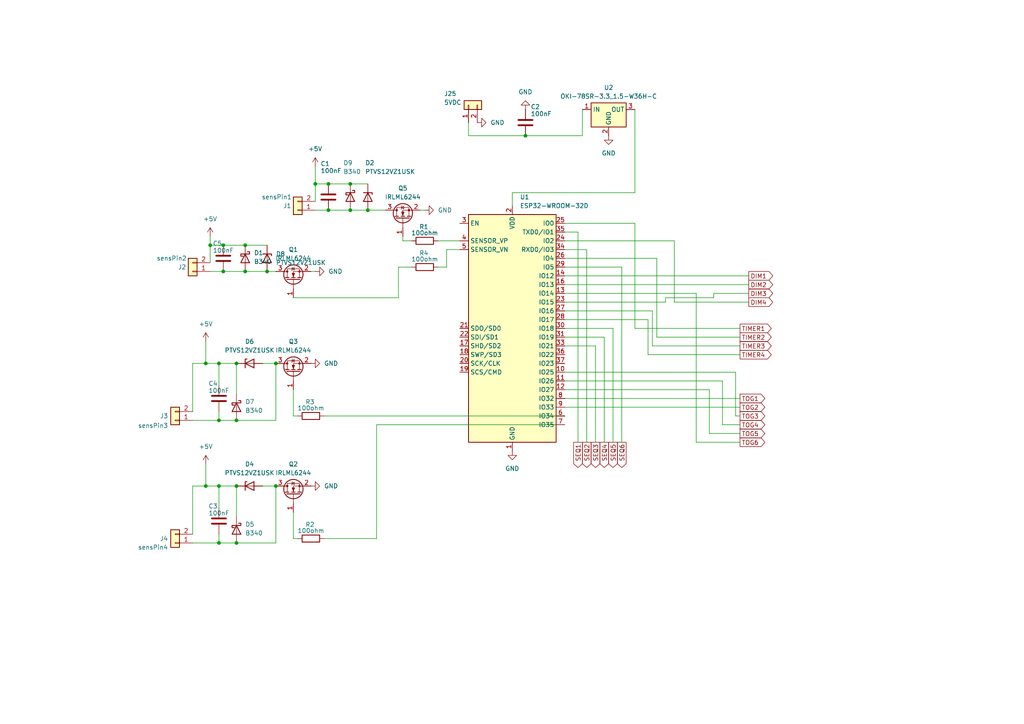
<source format=kicad_sch>
(kicad_sch (version 20231120) (generator "eeschema") (generator_version "8.0")
  (paper "A4")
  (lib_symbols
    (symbol "Connector_Generic:Conn_01x02" (pin_names (offset 1.016) hide)
      (property "Reference" "J" (at 0 2.54 0))
      (property "Value" "Conn_01x02" (at 0 -5.08 0))
      (symbol "Conn_01x02_1_1"
        (rectangle (start -1.27 -2.413) (end 0 -2.667) (stroke (width 0.1524)))
        (rectangle (start -1.27 0.127) (end 0 -0.127) (stroke (width 0.1524)))
        (rectangle (start -1.27 1.27) (end 1.27 -3.81) (stroke (width 0.254)) (fill (type background)))
        (pin passive line (at -5.08 0 0) (length 3.81) (name "Pin_1") (number "1"))
        (pin passive line (at -5.08 -2.54 0) (length 3.81) (name "Pin_2") (number "2"))
      )
    )
    (symbol "Converter_DCDC:OKI-78SR-3.3_1.5-W36H-C"
      (property "Reference" "U" (at -3.81 3.175 0))
      (property "Value" "OKI-78SR-3.3_1.5-W36H-C" (at 0 3.175 0))
      (symbol "OKI-78SR-3.3_1.5-W36H-C_0_1"
        (rectangle (start -5.08 1.905) (end 5.08 -5.08) (stroke (width 0.254)) (fill (type background)))
      )
      (symbol "OKI-78SR-3.3_1.5-W36H-C_1_1"
        (pin power_in line (at -7.62 0 0) (length 2.54) (name "IN") (number "1"))
        (pin power_in line (at 0 -7.62 90) (length 2.54) (name "GND") (number "2"))
        (pin power_out line (at 7.62 0 180) (length 2.54) (name "OUT") (number "3"))
      )
    )
    (symbol "Device:C" (pin_numbers hide) (pin_names (offset 0.254))
      (property "Reference" "C" (at 0.635 2.54 0))
      (property "Value" "C" (at 0.635 -2.54 0))
      (symbol "C_0_1"
        (polyline (pts (xy -2.032 -0.762) (xy 2.032 -0.762)) (stroke (width 0.508)))
        (polyline (pts (xy -2.032 0.762) (xy 2.032 0.762)) (stroke (width 0.508)))
      )
      (symbol "C_1_1"
        (pin passive line (at 0 3.81 270) (length 2.794) (name "~") (number "1"))
        (pin passive line (at 0 -3.81 90) (length 2.794) (name "~") (number "2"))
      )
    )
    (symbol "Device:R" (pin_numbers hide) (pin_names (offset 0))
      (property "Reference" "R" (at 2.032 0 90))
      (property "Value" "R" (at 0 0 90))
      (symbol "R_0_1"
        (rectangle (start -1.016 -2.54) (end 1.016 2.54) (stroke (width 0.254)))
      )
      (symbol "R_1_1"
        (pin passive line (at 0 3.81 270) (length 1.27) (name "~") (number "1"))
        (pin passive line (at 0 -3.81 90) (length 1.27) (name "~") (number "2"))
      )
    )
    (symbol "Diode:B340" (pin_numbers hide) (pin_names (offset 1.016) hide)
      (property "Reference" "D" (at 0 2.54 0))
      (property "Value" "B340" (at 0 -2.54 0))
      (symbol "B340_0_1"
        (polyline (pts (xy 1.27 0) (xy -1.27 0)))
        (polyline (pts (xy 1.27 1.27) (xy 1.27 -1.27) (xy -1.27 0) (xy 1.27 1.27)) (stroke (width 0.254)))
        (polyline (pts (xy -1.905 0.635) (xy -1.905 1.27) (xy -1.27 1.27) (xy -1.27 -1.27) (xy -0.635 -1.27) (xy -0.635 -0.635)) (stroke (width 0.254)))
      )
      (symbol "B340_1_1"
        (pin passive line (at -3.81 0 0) (length 2.54) (name "K") (number "1"))
        (pin passive line (at 3.81 0 180) (length 2.54) (name "A") (number "2"))
      )
    )
    (symbol "Diode:PTVS12VZ1USK" (pin_numbers hide) (pin_names hide)
      (property "Reference" "D" (at 0 2.54 0))
      (property "Value" "PTVS12VZ1USK" (at 0 -2.54 0))
      (symbol "PTVS12VZ1USK_0_1"
        (polyline (pts (xy 1.27 0) (xy -1.27 0)))
        (polyline (pts (xy -1.27 -1.27) (xy -1.27 1.27) (xy -0.762 1.27)) (stroke (width 0.254)))
        (polyline (pts (xy 1.27 -1.27) (xy 1.27 1.27) (xy -1.27 0) (xy 1.27 -1.27)) (stroke (width 0.254)))
      )
      (symbol "PTVS12VZ1USK_1_1"
        (pin passive line (at -3.81 0 0) (length 2.54) (name "K") (number "1"))
        (pin passive line (at 3.81 0 180) (length 2.54) (name "A") (number "2"))
      )
    )
    (symbol "RF_Module:ESP32-WROOM-32D"
      (property "Reference" "U" (at -12.7 34.29 0))
      (property "Value" "ESP32-WROOM-32D" (at 1.27 34.29 0))
      (symbol "ESP32-WROOM-32D_0_1"
        (rectangle (start -12.7 33.02) (end 12.7 -33.02) (stroke (width 0.254)) (fill (type background)))
      )
      (symbol "ESP32-WROOM-32D_1_1"
        (pin power_in line (at 0 -35.56 90) (length 2.54) (name "GND") (number "1"))
        (pin bidirectional line (at 15.24 -12.7 180) (length 2.54) (name "IO25") (number "10"))
        (pin bidirectional line (at 15.24 -15.24 180) (length 2.54) (name "IO26") (number "11"))
        (pin bidirectional line (at 15.24 -17.78 180) (length 2.54) (name "IO27") (number "12"))
        (pin bidirectional line (at 15.24 10.16 180) (length 2.54) (name "IO14") (number "13"))
        (pin bidirectional line (at 15.24 15.24 180) (length 2.54) (name "IO12") (number "14"))
        (pin passive line (at 0 -35.56 90) (length 2.54) hide (name "GND") (number "15"))
        (pin bidirectional line (at 15.24 12.7 180) (length 2.54) (name "IO13") (number "16"))
        (pin bidirectional line (at -15.24 -5.08 0) (length 2.54) (name "SHD/SD2") (number "17"))
        (pin bidirectional line (at -15.24 -7.62 0) (length 2.54) (name "SWP/SD3") (number "18"))
        (pin bidirectional line (at -15.24 -12.7 0) (length 2.54) (name "SCS/CMD") (number "19"))
        (pin power_in line (at 0 35.56 270) (length 2.54) (name "VDD") (number "2"))
        (pin bidirectional line (at -15.24 -10.16 0) (length 2.54) (name "SCK/CLK") (number "20"))
        (pin bidirectional line (at -15.24 0 0) (length 2.54) (name "SDO/SD0") (number "21"))
        (pin bidirectional line (at -15.24 -2.54 0) (length 2.54) (name "SDI/SD1") (number "22"))
        (pin bidirectional line (at 15.24 7.62 180) (length 2.54) (name "IO15") (number "23"))
        (pin bidirectional line (at 15.24 25.4 180) (length 2.54) (name "IO2") (number "24"))
        (pin bidirectional line (at 15.24 30.48 180) (length 2.54) (name "IO0") (number "25"))
        (pin bidirectional line (at 15.24 20.32 180) (length 2.54) (name "IO4") (number "26"))
        (pin bidirectional line (at 15.24 5.08 180) (length 2.54) (name "IO16") (number "27"))
        (pin bidirectional line (at 15.24 2.54 180) (length 2.54) (name "IO17") (number "28"))
        (pin bidirectional line (at 15.24 17.78 180) (length 2.54) (name "IO5") (number "29"))
        (pin input line (at -15.24 30.48 0) (length 2.54) (name "EN") (number "3"))
        (pin bidirectional line (at 15.24 0 180) (length 2.54) (name "IO18") (number "30"))
        (pin bidirectional line (at 15.24 -2.54 180) (length 2.54) (name "IO19") (number "31"))
        (pin no_connect line (at -12.7 -27.94 0) (length 2.54) hide (name "NC") (number "32"))
        (pin bidirectional line (at 15.24 -5.08 180) (length 2.54) (name "IO21") (number "33"))
        (pin bidirectional line (at 15.24 22.86 180) (length 2.54) (name "RXD0/IO3") (number "34"))
        (pin bidirectional line (at 15.24 27.94 180) (length 2.54) (name "TXD0/IO1") (number "35"))
        (pin bidirectional line (at 15.24 -7.62 180) (length 2.54) (name "IO22") (number "36"))
        (pin bidirectional line (at 15.24 -10.16 180) (length 2.54) (name "IO23") (number "37"))
        (pin passive line (at 0 -35.56 90) (length 2.54) hide (name "GND") (number "38"))
        (pin passive line (at 0 -35.56 90) (length 2.54) hide (name "GND") (number "39"))
        (pin input line (at -15.24 25.4 0) (length 2.54) (name "SENSOR_VP") (number "4"))
        (pin input line (at -15.24 22.86 0) (length 2.54) (name "SENSOR_VN") (number "5"))
        (pin input line (at 15.24 -25.4 180) (length 2.54) (name "IO34") (number "6"))
        (pin input line (at 15.24 -27.94 180) (length 2.54) (name "IO35") (number "7"))
        (pin bidirectional line (at 15.24 -20.32 180) (length 2.54) (name "IO32") (number "8"))
        (pin bidirectional line (at 15.24 -22.86 180) (length 2.54) (name "IO33") (number "9"))
      )
    )
    (symbol "Transistor_FET:IRLML6244" (pin_names hide)
      (property "Reference" "Q" (at 5.08 1.905 0))
      (property "Value" "IRLML6244" (at 5.08 0 0))
      (symbol "IRLML6244_0_1"
        (polyline (pts (xy 0.254 0) (xy -2.54 0)))
        (polyline (pts (xy 0.254 1.905) (xy 0.254 -1.905)) (stroke (width 0.254)))
        (polyline (pts (xy 0.762 -1.27) (xy 0.762 -2.286)) (stroke (width 0.254)))
        (polyline (pts (xy 0.762 0.508) (xy 0.762 -0.508)) (stroke (width 0.254)))
        (polyline (pts (xy 0.762 2.286) (xy 0.762 1.27)) (stroke (width 0.254)))
        (polyline (pts (xy 2.54 2.54) (xy 2.54 1.778)))
        (polyline (pts (xy 2.54 -2.54) (xy 2.54 0) (xy 0.762 0)))
        (polyline (pts (xy 0.762 -1.778) (xy 3.302 -1.778) (xy 3.302 1.778) (xy 0.762 1.778)))
        (polyline (pts (xy 1.016 0) (xy 2.032 0.381) (xy 2.032 -0.381) (xy 1.016 0)) (fill (type outline)))
        (polyline (pts (xy 2.794 0.508) (xy 2.921 0.381) (xy 3.683 0.381) (xy 3.81 0.254)))
        (polyline (pts (xy 3.302 0.381) (xy 2.921 -0.254) (xy 3.683 -0.254) (xy 3.302 0.381)))
        (circle (center 1.651 0) (radius 2.794) (stroke (width 0.254)))
        (circle (center 2.54 -1.778) (radius 0.254) (fill (type outline)))
        (circle (center 2.54 1.778) (radius 0.254) (fill (type outline)))
      )
      (symbol "IRLML6244_1_1"
        (pin input line (at -5.08 0 0) (length 2.54) (name "G") (number "1"))
        (pin passive line (at 2.54 -5.08 90) (length 2.54) (name "S") (number "2"))
        (pin passive line (at 2.54 5.08 270) (length 2.54) (name "D") (number "3"))
      )
    )
    (symbol "power:+5V" (power) (pin_numbers hide) (pin_names (offset 0) hide)
      (property "Value" "+5V" (at 0 3.556 0))
      (symbol "+5V_0_1"
        (polyline (pts (xy -0.762 1.27) (xy 0 2.54)))
        (polyline (pts (xy 0 0) (xy 0 2.54)))
        (polyline (pts (xy 0 2.54) (xy 0.762 1.27)))
      )
      (symbol "+5V_1_1"
        (pin power_in line (at 0 0 90) (length 0) (name "~") (number "1"))
      )
    )
    (symbol "power:GND" (power) (pin_numbers hide) (pin_names (offset 0) hide)
      (property "Value" "GND" (at 0 -3.81 0))
      (symbol "GND_0_1"
        (polyline (pts (xy 0 0) (xy 0 -1.27) (xy 1.27 -1.27) (xy 0 -2.54) (xy -1.27 -1.27) (xy 0 -1.27)))
      )
      (symbol "GND_1_1"
        (pin power_in line (at 0 0 270) (length 0) (name "~") (number "1"))
      )
    )
  )
  (junction (at 71.12 78.74))
  (junction (at 95.25 60.96))
  (junction (at 68.58 105.41))
  (junction (at 64.77 78.74))
  (junction (at 64.77 71.12))
  (junction (at 71.12 71.12))
  (junction (at 59.69 105.41))
  (junction (at 68.58 157.48))
  (junction (at 60.96 71.12))
  (junction (at 106.68 60.96))
  (junction (at 77.47 78.74))
  (junction (at 63.5 157.48))
  (junction (at 68.58 140.97))
  (junction (at 80.01 105.41))
  (junction (at 95.25 53.34))
  (junction (at 63.5 105.41))
  (junction (at 152.4 39.37))
  (junction (at 101.6 53.34))
  (junction (at 59.69 140.97))
  (junction (at 63.5 140.97))
  (junction (at 63.5 121.92))
  (junction (at 101.6 60.96))
  (junction (at 91.44 53.34))
  (junction (at 80.01 140.97))
  (junction (at 68.58 121.92))
  (wire (pts (xy 129.54 72.39) (xy 133.35 72.39)))
  (wire (pts (xy 60.96 68.58) (xy 60.96 71.12)))
  (wire (pts (xy 135.89 35.56) (xy 135.89 39.37)))
  (wire (pts (xy 63.5 157.48) (xy 68.58 157.48)))
  (wire (pts (xy 163.83 107.95) (xy 213.36 107.95)))
  (wire (pts (xy 59.69 99.06) (xy 59.69 105.41)))
  (wire (pts (xy 91.44 53.34) (xy 91.44 58.42)))
  (wire (pts (xy 189.23 100.33) (xy 189.23 90.17)))
  (wire (pts (xy 119.38 69.85) (xy 116.84 69.85)))
  (wire (pts (xy 163.83 113.03) (xy 205.74 113.03)))
  (wire (pts (xy 68.58 121.92) (xy 80.01 121.92)))
  (wire (pts (xy 205.74 113.03) (xy 205.74 125.73)))
  (wire (pts (xy 209.55 123.19) (xy 214.63 123.19)))
  (wire (pts (xy 175.26 128.27) (xy 175.26 97.79)))
  (wire (pts (xy 201.93 128.27) (xy 214.63 128.27)))
  (wire (pts (xy 59.69 134.62) (xy 59.69 140.97)))
  (wire (pts (xy 86.36 156.21) (xy 85.09 156.21)))
  (wire (pts (xy 148.59 55.88) (xy 184.15 55.88)))
  (wire (pts (xy 172.72 128.27) (xy 172.72 100.33)))
  (wire (pts (xy 55.88 105.41) (xy 59.69 105.41)))
  (wire (pts (xy 63.5 105.41) (xy 68.58 105.41)))
  (wire (pts (xy 85.09 156.21) (xy 85.09 148.59)))
  (wire (pts (xy 115.57 86.36) (xy 85.09 86.36)))
  (wire (pts (xy 129.54 77.47) (xy 127 77.47)))
  (wire (pts (xy 86.36 120.65) (xy 85.09 120.65)))
  (wire (pts (xy 55.88 121.92) (xy 63.5 121.92)))
  (wire (pts (xy 213.36 107.95) (xy 213.36 120.65)))
  (wire (pts (xy 63.5 140.97) (xy 68.58 140.97)))
  (wire (pts (xy 109.22 123.19) (xy 163.83 123.19)))
  (wire (pts (xy 148.59 59.69) (xy 148.59 55.88)))
  (wire (pts (xy 168.91 39.37) (xy 168.91 31.75)))
  (wire (pts (xy 55.88 157.48) (xy 63.5 157.48)))
  (wire (pts (xy 64.77 78.74) (xy 71.12 78.74)))
  (wire (pts (xy 187.96 102.87) (xy 187.96 92.71)))
  (wire (pts (xy 201.93 85.09) (xy 201.93 128.27)))
  (wire (pts (xy 163.83 115.57) (xy 214.63 115.57)))
  (wire (pts (xy 167.64 128.27) (xy 167.64 67.31)))
  (wire (pts (xy 116.84 69.85) (xy 116.84 68.58)))
  (wire (pts (xy 205.74 125.73) (xy 214.63 125.73)))
  (wire (pts (xy 190.5 74.93) (xy 163.83 74.93)))
  (wire (pts (xy 180.34 128.27) (xy 180.34 77.47)))
  (wire (pts (xy 189.23 100.33) (xy 214.63 100.33)))
  (wire (pts (xy 177.8 128.27) (xy 177.8 95.25)))
  (wire (pts (xy 207.01 85.09) (xy 207.01 86.36)))
  (wire (pts (xy 207.01 86.36) (xy 193.04 86.36)))
  (wire (pts (xy 71.12 78.74) (xy 77.47 78.74)))
  (wire (pts (xy 190.5 97.79) (xy 214.63 97.79)))
  (wire (pts (xy 184.15 95.25) (xy 184.15 64.77)))
  (wire (pts (xy 172.72 100.33) (xy 163.83 100.33)))
  (wire (pts (xy 59.69 140.97) (xy 63.5 140.97)))
  (wire (pts (xy 213.36 120.65) (xy 214.63 120.65)))
  (wire (pts (xy 187.96 92.71) (xy 163.83 92.71)))
  (wire (pts (xy 91.44 60.96) (xy 95.25 60.96)))
  (wire (pts (xy 76.2 140.97) (xy 80.01 140.97)))
  (wire (pts (xy 135.89 39.37) (xy 152.4 39.37)))
  (wire (pts (xy 177.8 95.25) (xy 163.83 95.25)))
  (wire (pts (xy 101.6 53.34) (xy 106.68 53.34)))
  (wire (pts (xy 129.54 72.39) (xy 129.54 77.47)))
  (wire (pts (xy 180.34 77.47) (xy 163.83 77.47)))
  (wire (pts (xy 209.55 110.49) (xy 209.55 123.19)))
  (wire (pts (xy 175.26 97.79) (xy 163.83 97.79)))
  (wire (pts (xy 71.12 71.12) (xy 77.47 71.12)))
  (wire (pts (xy 91.44 53.34) (xy 95.25 53.34)))
  (wire (pts (xy 63.5 119.38) (xy 63.5 121.92)))
  (wire (pts (xy 91.44 78.74) (xy 90.17 78.74)))
  (wire (pts (xy 115.57 77.47) (xy 115.57 86.36)))
  (wire (pts (xy 195.58 69.85) (xy 163.83 69.85)))
  (wire (pts (xy 217.17 85.09) (xy 207.01 85.09)))
  (wire (pts (xy 163.83 85.09) (xy 201.93 85.09)))
  (wire (pts (xy 63.5 105.41) (xy 63.5 111.76)))
  (wire (pts (xy 63.5 154.94) (xy 63.5 157.48)))
  (wire (pts (xy 152.4 39.37) (xy 168.91 39.37)))
  (wire (pts (xy 119.38 77.47) (xy 115.57 77.47)))
  (wire (pts (xy 167.64 67.31) (xy 163.83 67.31)))
  (wire (pts (xy 214.63 118.11) (xy 163.83 118.11)))
  (wire (pts (xy 60.96 78.74) (xy 64.77 78.74)))
  (wire (pts (xy 109.22 156.21) (xy 93.98 156.21)))
  (wire (pts (xy 55.88 140.97) (xy 55.88 154.94)))
  (wire (pts (xy 77.47 78.74) (xy 80.01 78.74)))
  (wire (pts (xy 184.15 64.77) (xy 163.83 64.77)))
  (wire (pts (xy 123.19 60.96) (xy 121.92 60.96)))
  (wire (pts (xy 95.25 53.34) (xy 101.6 53.34)))
  (wire (pts (xy 193.04 86.36) (xy 193.04 87.63)))
  (wire (pts (xy 217.17 80.01) (xy 163.83 80.01)))
  (wire (pts (xy 93.98 120.65) (xy 163.83 120.65)))
  (wire (pts (xy 91.44 48.26) (xy 91.44 53.34)))
  (wire (pts (xy 68.58 105.41) (xy 68.58 114.3)))
  (wire (pts (xy 60.96 71.12) (xy 60.96 76.2)))
  (wire (pts (xy 101.6 60.96) (xy 106.68 60.96)))
  (wire (pts (xy 184.15 95.25) (xy 214.63 95.25)))
  (wire (pts (xy 184.15 55.88) (xy 184.15 31.75)))
  (wire (pts (xy 163.83 110.49) (xy 209.55 110.49)))
  (wire (pts (xy 187.96 102.87) (xy 214.63 102.87)))
  (wire (pts (xy 190.5 97.79) (xy 190.5 74.93)))
  (wire (pts (xy 195.58 87.63) (xy 195.58 69.85)))
  (wire (pts (xy 76.2 105.41) (xy 80.01 105.41)))
  (wire (pts (xy 193.04 87.63) (xy 163.83 87.63)))
  (wire (pts (xy 80.01 140.97) (xy 80.01 157.48)))
  (wire (pts (xy 68.58 140.97) (xy 68.58 149.86)))
  (wire (pts (xy 170.18 128.27) (xy 170.18 72.39)))
  (wire (pts (xy 189.23 90.17) (xy 163.83 90.17)))
  (wire (pts (xy 85.09 120.65) (xy 85.09 113.03)))
  (wire (pts (xy 106.68 60.96) (xy 111.76 60.96)))
  (wire (pts (xy 68.58 157.48) (xy 80.01 157.48)))
  (wire (pts (xy 80.01 105.41) (xy 80.01 121.92)))
  (wire (pts (xy 63.5 121.92) (xy 68.58 121.92)))
  (wire (pts (xy 64.77 71.12) (xy 71.12 71.12)))
  (wire (pts (xy 170.18 72.39) (xy 163.83 72.39)))
  (wire (pts (xy 195.58 87.63) (xy 217.17 87.63)))
  (wire (pts (xy 60.96 71.12) (xy 64.77 71.12)))
  (wire (pts (xy 63.5 140.97) (xy 63.5 147.32)))
  (wire (pts (xy 217.17 82.55) (xy 163.83 82.55)))
  (wire (pts (xy 59.69 105.41) (xy 63.5 105.41)))
  (wire (pts (xy 95.25 60.96) (xy 101.6 60.96)))
  (wire (pts (xy 127 69.85) (xy 133.35 69.85)))
  (wire (pts (xy 55.88 105.41) (xy 55.88 119.38)))
  (wire (pts (xy 55.88 140.97) (xy 59.69 140.97)))
  (wire (pts (xy 109.22 123.19) (xy 109.22 156.21)))
  (global_label "SEQ4" (shape output) (at 175.26 128.27 270) (property "Intersheetrefs" "${INTERSHEET_REFS}" (effects (hide yes))))
  (global_label "DIM4" (shape output) (at 217.17 87.63 0) (property "Intersheetrefs" "${INTERSHEET_REFS}" (effects (hide yes))))
  (global_label "TOG4" (shape output) (at 214.63 123.19 0) (property "Intersheetrefs" "${INTERSHEET_REFS}" (effects (hide yes))))
  (global_label "SEQ3" (shape output) (at 172.72 128.27 270) (property "Intersheetrefs" "${INTERSHEET_REFS}" (effects (hide yes))))
  (global_label "TOG6" (shape output) (at 214.63 128.27 0) (property "Intersheetrefs" "${INTERSHEET_REFS}" (effects (hide yes))))
  (global_label "TIMER1" (shape output) (at 214.63 95.25 0) (property "Intersheetrefs" "${INTERSHEET_REFS}" (effects (hide yes))))
  (global_label "SEQ6" (shape output) (at 180.34 128.27 270) (property "Intersheetrefs" "${INTERSHEET_REFS}" (effects (hide yes))))
  (global_label "SEQ2" (shape output) (at 170.18 128.27 270) (property "Intersheetrefs" "${INTERSHEET_REFS}" (effects (hide yes))))
  (global_label "SEQ1" (shape output) (at 167.64 128.27 270) (property "Intersheetrefs" "${INTERSHEET_REFS}" (effects (hide yes))))
  (global_label "TOG2" (shape output) (at 214.63 118.11 0) (property "Intersheetrefs" "${INTERSHEET_REFS}" (effects (hide yes))))
  (global_label "TIMER4" (shape output) (at 214.63 102.87 0) (property "Intersheetrefs" "${INTERSHEET_REFS}" (effects (hide yes))))
  (global_label "TIMER3" (shape output) (at 214.63 100.33 0) (property "Intersheetrefs" "${INTERSHEET_REFS}" (effects (hide yes))))
  (global_label "TOG5" (shape output) (at 214.63 125.73 0) (property "Intersheetrefs" "${INTERSHEET_REFS}" (effects (hide yes))))
  (global_label "DIM3" (shape output) (at 217.17 85.09 0) (property "Intersheetrefs" "${INTERSHEET_REFS}" (effects (hide yes))))
  (global_label "DIM2" (shape output) (at 217.17 82.55 0) (property "Intersheetrefs" "${INTERSHEET_REFS}" (effects (hide yes))))
  (global_label "TOG3" (shape output) (at 214.63 120.65 0) (property "Intersheetrefs" "${INTERSHEET_REFS}" (effects (hide yes))))
  (global_label "TIMER2" (shape output) (at 214.63 97.79 0) (property "Intersheetrefs" "${INTERSHEET_REFS}" (effects (hide yes))))
  (global_label "SEQ5" (shape output) (at 177.8 128.27 270) (property "Intersheetrefs" "${INTERSHEET_REFS}" (effects (hide yes))))
  (global_label "TOG1" (shape output) (at 214.63 115.57 0) (property "Intersheetrefs" "${INTERSHEET_REFS}" (effects (hide yes))))
  (global_label "DIM1" (shape output) (at 217.17 80.01 0) (property "Intersheetrefs" "${INTERSHEET_REFS}" (effects (hide yes))))
  (symbol (lib_id "power:+5V") (at 59.69 134.62 0) (unit 1)
    (property "Reference" "#PWR05" (effects (hide yes)))
    (property "Value" "+5V" (at 59.69 129.54 0))
    (property "Description" "Power symbol creates a global label with name \"+5V\"" (effects (hide yes)))
  )
  (symbol (lib_id "Diode:B340") (at 71.12 74.93 270) (unit 1)
    (property "Reference" "D1" (at 73.66 73.3424 90) (effects (justify left)))
    (property "Value" "B340" (at 73.66 75.8824 90) (effects (justify left)))
    (property "Footprint" "Diode_SMD:D_SMC" (effects (hide yes)))
    (property "Datasheet" "http://www.jameco.com/Jameco/Products/ProdDS/1538777.pdf" (effects (hide yes)))
    (property "Description" "40V 3A Schottky Barrier Rectifier Diode, SMC" (effects (hide yes)))
  )
  (symbol (lib_id "power:GND") (at 148.59 130.81 0) (unit 1)
    (property "Reference" "#PWR01" (effects (hide yes)))
    (property "Value" "GND" (at 148.59 135.89 0))
    (property "Description" "Power symbol creates a global label with name \"GND\" , ground" (effects (hide yes)))
  )
  (symbol (lib_id "power:+5V") (at 60.96 68.58 0) (unit 1)
    (property "Reference" "#PWR04" (effects (hide yes)))
    (property "Value" "+5V" (at 60.96 63.5 0))
    (property "Description" "Power symbol creates a global label with name \"+5V\"" (effects (hide yes)))
  )
  (symbol (lib_id "Transistor_FET:IRLML6244") (at 116.84 63.5 90) (unit 1)
    (property "Reference" "Q5" (at 116.84 54.61 90))
    (property "Value" "IRLML6244" (at 116.84 57.15 90))
    (property "Footprint" "Package_TO_SOT_SMD:SOT-23" (effects (hide yes)))
    (property "Datasheet" "https://www.infineon.com/dgdl/Infineon-IRLML6244-DataSheet-v01_01-EN.pdf?fileId=5546d462533600a4015356686fed261f" (effects (hide yes)))
    (property "Description" "6.3A Id, 20V Vds, 21mOhm Rds, N-Channel StrongIRFET Power MOSFET, SOT-23" (effects (hide yes)))
  )
  (symbol (lib_id "power:+5V") (at 91.44 48.26 0) (unit 1)
    (property "Reference" "#PWR030" (effects (hide yes)))
    (property "Value" "+5V" (at 91.44 43.18 0))
    (property "Description" "Power symbol creates a global label with name \"+5V\"" (effects (hide yes)))
  )
  (symbol (lib_id "RF_Module:ESP32-WROOM-32D") (at 148.59 95.25 0) (unit 1)
    (property "Reference" "U1" (at 150.7841 57.15 0) (effects (justify left)))
    (property "Value" "ESP32-WROOM-32D" (at 150.7841 59.69 0) (effects (justify left)))
    (property "Footprint" "RF_Module:ESP32-WROOM-32D" (effects (hide yes)))
    (property "Datasheet" "https://www.espressif.com/sites/default/files/documentation/esp32-wroom-32d_esp32-wroom-32u_datasheet_en.pdf" (effects (hide yes)))
    (property "Description" "RF Module, ESP32-D0WD SoC, Wi-Fi 802.11b/g/n, Bluetooth, BLE, 32-bit, 2.7-3.6V, onboard antenna, SMD" (effects (hide yes)))
  )
  (symbol (lib_id "Device:R") (at 90.17 120.65 270) (unit 1)
    (property "Reference" "R3" (at 89.916 116.586 90))
    (property "Value" "100ohm" (at 90.17 118.364 90))
    (property "Footprint" "Resistor_SMD:R_0603_1608Metric_Pad0.98x0.95mm_HandSolder" (effects (hide yes)))
    (property "Description" "Resistor" (effects (hide yes)))
  )
  (symbol (lib_id "Connector_Generic:Conn_01x02") (at 86.36 60.96 180) (unit 1)
    (property "Reference" "J1" (at 83.312 59.69 0))
    (property "Value" "sensPin1" (at 80.264 57.15 0))
    (property "Footprint" "Connector_JST:JST_XH_S2B-XH-A_1x02_P2.50mm_Horizontal" (effects (hide yes)))
    (property "Description" "Generic connector, single row, 01x02, script generated (kicad-library-utils/schlib/autogen/connector/)" (effects (hide yes)))
  )
  (symbol (lib_id "Connector_Generic:Conn_01x02") (at 50.8 121.92 180) (unit 1)
    (property "Reference" "J3" (at 48.768 120.65 0) (effects (justify left)))
    (property "Value" "sensPin3" (at 48.768 123.444 0) (effects (justify left)))
    (property "Footprint" "Connector_JST:JST_XH_S2B-XH-A_1x02_P2.50mm_Horizontal" (effects (hide yes)))
    (property "Description" "Generic connector, single row, 01x02, script generated (kicad-library-utils/schlib/autogen/connector/)" (effects (hide yes)))
  )
  (symbol (lib_id "Device:C") (at 64.77 74.93 0) (unit 1)
    (property "Reference" "C5" (at 61.722 70.612 0) (effects (justify left)))
    (property "Value" "100nF" (at 61.722 72.644 0) (effects (justify left)))
    (property "Footprint" "Capacitor_SMD:C_0603_1608Metric_Pad1.08x0.95mm_HandSolder" (effects (hide yes)))
    (property "Description" "Unpolarized capacitor" (effects (hide yes)))
  )
  (symbol (lib_id "Transistor_FET:IRLML6244") (at 85.09 107.95 90) (unit 1)
    (property "Reference" "Q3" (at 85.09 99.06 90))
    (property "Value" "IRLML6244" (at 85.09 101.6 90))
    (property "Footprint" "Package_TO_SOT_SMD:SOT-23" (effects (hide yes)))
    (property "Datasheet" "https://www.infineon.com/dgdl/Infineon-IRLML6244-DataSheet-v01_01-EN.pdf?fileId=5546d462533600a4015356686fed261f" (effects (hide yes)))
    (property "Description" "6.3A Id, 20V Vds, 21mOhm Rds, N-Channel StrongIRFET Power MOSFET, SOT-23" (effects (hide yes)))
  )
  (symbol (lib_id "Diode:PTVS12VZ1USK") (at 72.39 140.97 0) (unit 1)
    (property "Reference" "D4" (at 72.39 134.62 0))
    (property "Value" "PTVS12VZ1USK" (at 72.39 137.16 0))
    (property "Footprint" "Diode_SMD:Nexperia_DSN1608-2_1.6x0.8mm" (effects (hide yes)))
    (property "Datasheet" "https://assets.nexperia.com/documents/data-sheet/PTVS12VZ1USK.pdf" (effects (hide yes)))
    (property "Description" "12V, 1900W TVS unidirectional diode, DSN1608-2" (effects (hide yes)))
  )
  (symbol (lib_id "Device:R") (at 90.17 156.21 270) (unit 1)
    (property "Reference" "R2" (at 89.916 152.146 90))
    (property "Value" "100ohm" (at 90.17 153.924 90))
    (property "Footprint" "Resistor_SMD:R_0603_1608Metric_Pad0.98x0.95mm_HandSolder" (effects (hide yes)))
    (property "Description" "Resistor" (effects (hide yes)))
  )
  (symbol (lib_id "power:GND") (at 123.19 60.96 90) (unit 1)
    (property "Reference" "#PWR03" (effects (hide yes)))
    (property "Value" "GND" (at 127 60.9599 90) (effects (justify right)))
    (property "Description" "Power symbol creates a global label with name \"GND\" , ground" (effects (hide yes)))
  )
  (symbol (lib_id "Diode:PTVS12VZ1USK") (at 72.39 105.41 0) (unit 1)
    (property "Reference" "D6" (at 72.39 99.06 0))
    (property "Value" "PTVS12VZ1USK" (at 72.39 101.6 0))
    (property "Footprint" "Diode_SMD:Nexperia_DSN1608-2_1.6x0.8mm" (effects (hide yes)))
    (property "Datasheet" "https://assets.nexperia.com/documents/data-sheet/PTVS12VZ1USK.pdf" (effects (hide yes)))
    (property "Description" "12V, 1900W TVS unidirectional diode, DSN1608-2" (effects (hide yes)))
  )
  (symbol (lib_id "Diode:PTVS12VZ1USK") (at 106.68 57.15 270) (unit 1)
    (property "Reference" "D2" (at 105.918 47.244 90) (effects (justify left)))
    (property "Value" "PTVS12VZ1USK" (at 105.918 49.784 90) (effects (justify left)))
    (property "Footprint" "Diode_SMD:Nexperia_DSN1608-2_1.6x0.8mm" (effects (hide yes)))
    (property "Datasheet" "https://assets.nexperia.com/documents/data-sheet/PTVS12VZ1USK.pdf" (effects (hide yes)))
    (property "Description" "12V, 1900W TVS unidirectional diode, DSN1608-2" (effects (hide yes)))
  )
  (symbol (lib_id "Device:C") (at 63.5 151.13 0) (unit 1)
    (property "Reference" "C3" (at 60.452 146.812 0) (effects (justify left)))
    (property "Value" "100nF" (at 60.452 148.844 0) (effects (justify left)))
    (property "Footprint" "Capacitor_SMD:C_0603_1608Metric_Pad1.08x0.95mm_HandSolder" (effects (hide yes)))
    (property "Description" "Unpolarized capacitor" (effects (hide yes)))
  )
  (symbol (lib_id "Device:R") (at 123.19 69.85 270) (unit 1)
    (property "Reference" "R1" (at 122.936 65.786 90))
    (property "Value" "100ohm" (at 123.19 67.564 90))
    (property "Footprint" "Resistor_SMD:R_0603_1608Metric_Pad0.98x0.95mm_HandSolder" (effects (hide yes)))
    (property "Description" "Resistor" (effects (hide yes)))
  )
  (symbol (lib_id "Connector_Generic:Conn_01x02") (at 50.8 157.48 180) (unit 1)
    (property "Reference" "J4" (at 48.768 156.21 0) (effects (justify left)))
    (property "Value" "sensPin4" (at 48.768 158.75 0) (effects (justify left)))
    (property "Footprint" "Connector_JST:JST_XH_S2B-XH-A_1x02_P2.50mm_Horizontal" (effects (hide yes)))
    (property "Description" "Generic connector, single row, 01x02, script generated (kicad-library-utils/schlib/autogen/connector/)" (effects (hide yes)))
  )
  (symbol (lib_id "Connector_Generic:Conn_01x02") (at 55.88 78.74 180) (unit 1)
    (property "Reference" "J2" (at 52.832 77.47 0))
    (property "Value" "sensPin2" (at 49.784 74.93 0))
    (property "Footprint" "Connector_JST:JST_XH_S2B-XH-A_1x02_P2.50mm_Horizontal" (effects (hide yes)))
    (property "Description" "Generic connector, single row, 01x02, script generated (kicad-library-utils/schlib/autogen/connector/)" (effects (hide yes)))
  )
  (symbol (lib_id "Diode:B340") (at 101.6 57.15 270) (unit 1)
    (property "Reference" "D9" (at 99.568 47.244 90) (effects (justify left)))
    (property "Value" "B340" (at 99.568 49.784 90) (effects (justify left)))
    (property "Footprint" "Diode_SMD:D_SMC" (effects (hide yes)))
    (property "Datasheet" "http://www.jameco.com/Jameco/Products/ProdDS/1538777.pdf" (effects (hide yes)))
    (property "Description" "40V 3A Schottky Barrier Rectifier Diode, SMC" (effects (hide yes)))
  )
  (symbol (lib_id "power:GND") (at 176.53 39.37 0) (unit 1)
    (property "Reference" "#PWR026" (effects (hide yes)))
    (property "Value" "GND" (at 176.53 44.45 0))
    (property "Description" "Power symbol creates a global label with name \"GND\" , ground" (effects (hide yes)))
  )
  (symbol (lib_id "power:GND") (at 138.43 35.56 90) (unit 1)
    (property "Reference" "#PWR028" (effects (hide yes)))
    (property "Value" "GND" (at 142.24 35.5599 90) (effects (justify right)))
    (property "Description" "Power symbol creates a global label with name \"GND\" , ground" (effects (hide yes)))
  )
  (symbol (lib_id "power:GND") (at 90.17 105.41 90) (unit 1)
    (property "Reference" "#PWR031" (effects (hide yes)))
    (property "Value" "GND" (at 93.98 105.4099 90) (effects (justify right)))
    (property "Description" "Power symbol creates a global label with name \"GND\" , ground" (effects (hide yes)))
  )
  (symbol (lib_id "power:GND") (at 91.44 78.74 90) (unit 1)
    (property "Reference" "#PWR032" (effects (hide yes)))
    (property "Value" "GND" (at 95.25 78.7399 90) (effects (justify right)))
    (property "Description" "Power symbol creates a global label with name \"GND\" , ground" (effects (hide yes)))
  )
  (symbol (lib_id "power:GND") (at 152.4 31.75 180) (unit 1)
    (property "Reference" "#PWR027" (effects (hide yes)))
    (property "Value" "GND" (at 152.4 26.67 0))
    (property "Description" "Power symbol creates a global label with name \"GND\" , ground" (effects (hide yes)))
  )
  (symbol (lib_id "power:+5V") (at 59.69 99.06 0) (unit 1)
    (property "Reference" "#PWR06" (effects (hide yes)))
    (property "Value" "+5V" (at 59.69 93.98 0))
    (property "Description" "Power symbol creates a global label with name \"+5V\"" (effects (hide yes)))
  )
  (symbol (lib_id "Transistor_FET:IRLML6244") (at 85.09 143.51 90) (unit 1)
    (property "Reference" "Q2" (at 85.09 134.62 90))
    (property "Value" "IRLML6244" (at 85.09 137.16 90))
    (property "Footprint" "Package_TO_SOT_SMD:SOT-23" (effects (hide yes)))
    (property "Datasheet" "https://www.infineon.com/dgdl/Infineon-IRLML6244-DataSheet-v01_01-EN.pdf?fileId=5546d462533600a4015356686fed261f" (effects (hide yes)))
    (property "Description" "6.3A Id, 20V Vds, 21mOhm Rds, N-Channel StrongIRFET Power MOSFET, SOT-23" (effects (hide yes)))
  )
  (symbol (lib_id "Diode:B340") (at 68.58 153.67 270) (unit 1)
    (property "Reference" "D5" (at 71.12 152.0824 90) (effects (justify left)))
    (property "Value" "B340" (at 71.12 154.6224 90) (effects (justify left)))
    (property "Footprint" "Diode_SMD:D_SMC" (effects (hide yes)))
    (property "Datasheet" "http://www.jameco.com/Jameco/Products/ProdDS/1538777.pdf" (effects (hide yes)))
    (property "Description" "40V 3A Schottky Barrier Rectifier Diode, SMC" (effects (hide yes)))
  )
  (symbol (lib_id "Diode:B340") (at 68.58 118.11 270) (unit 1)
    (property "Reference" "D7" (at 71.12 116.5224 90) (effects (justify left)))
    (property "Value" "B340" (at 71.12 119.0624 90) (effects (justify left)))
    (property "Footprint" "Diode_SMD:D_SMC" (effects (hide yes)))
    (property "Datasheet" "http://www.jameco.com/Jameco/Products/ProdDS/1538777.pdf" (effects (hide yes)))
    (property "Description" "40V 3A Schottky Barrier Rectifier Diode, SMC" (effects (hide yes)))
  )
  (symbol (lib_id "Converter_DCDC:OKI-78SR-3.3_1.5-W36H-C") (at 176.53 31.75 0) (unit 1)
    (property "Reference" "U2" (at 176.53 25.4 0))
    (property "Value" "OKI-78SR-3.3_1.5-W36H-C" (at 176.53 27.94 0))
    (property "Footprint" "Converter_DCDC:Converter_DCDC_Murata_OKI-78SR_Horizontal" (effects (hide yes)))
    (property "Datasheet" "https://power.murata.com/data/power/oki-78sr.pdf" (effects (hide yes)))
    (property "Description" "1.5A Step-Down DC/DC-Regulator, 7-36V input, 3.3V fixed Output Voltage, LM78xx replacement, -40°C to +85°C, OKI-78SR_Horizontal" (effects (hide yes)))
  )
  (symbol (lib_id "power:GND") (at 90.17 140.97 90) (unit 1)
    (property "Reference" "#PWR029" (effects (hide yes)))
    (property "Value" "GND" (at 93.98 140.9699 90) (effects (justify right)))
    (property "Description" "Power symbol creates a global label with name \"GND\" , ground" (effects (hide yes)))
  )
  (symbol (lib_id "Device:C") (at 95.25 57.15 0) (unit 1)
    (property "Reference" "C1" (at 92.964 47.498 0) (effects (justify left)))
    (property "Value" "100nF" (at 92.964 49.53 0) (effects (justify left)))
    (property "Footprint" "Capacitor_SMD:C_0603_1608Metric_Pad1.08x0.95mm_HandSolder" (effects (hide yes)))
    (property "Description" "Unpolarized capacitor" (effects (hide yes)))
  )
  (symbol (lib_id "Connector_Generic:Conn_01x02") (at 135.89 30.48 90) (unit 1)
    (property "Reference" "J25" (at 128.778 27.178 90) (effects (justify right)))
    (property "Value" "5VDC" (at 128.778 29.718 90) (effects (justify right)))
    (property "Footprint" "Connector_JST:JST_XH_S2B-XH-A_1x02_P2.50mm_Horizontal" (effects (hide yes)))
    (property "Description" "Generic connector, single row, 01x02, script generated (kicad-library-utils/schlib/autogen/connector/)" (effects (hide yes)))
  )
  (symbol (lib_id "Transistor_FET:IRLML6244") (at 85.09 81.28 90) (unit 1)
    (property "Reference" "Q1" (at 85.09 72.39 90))
    (property "Value" "IRLML6244" (at 85.09 74.93 90))
    (property "Footprint" "Package_TO_SOT_SMD:SOT-23" (effects (hide yes)))
    (property "Datasheet" "https://www.infineon.com/dgdl/Infineon-IRLML6244-DataSheet-v01_01-EN.pdf?fileId=5546d462533600a4015356686fed261f" (effects (hide yes)))
    (property "Description" "6.3A Id, 20V Vds, 21mOhm Rds, N-Channel StrongIRFET Power MOSFET, SOT-23" (effects (hide yes)))
  )
  (symbol (lib_id "Device:C") (at 63.5 115.57 0) (unit 1)
    (property "Reference" "C4" (at 60.452 111.252 0) (effects (justify left)))
    (property "Value" "100nF" (at 60.452 113.284 0) (effects (justify left)))
    (property "Footprint" "Capacitor_SMD:C_0603_1608Metric_Pad1.08x0.95mm_HandSolder" (effects (hide yes)))
    (property "Description" "Unpolarized capacitor" (effects (hide yes)))
  )
  (symbol (lib_id "Diode:PTVS12VZ1USK") (at 77.47 74.93 270) (unit 1)
    (property "Reference" "D8" (at 80.01 73.6599 90) (effects (justify left)))
    (property "Value" "PTVS12VZ1USK" (at 80.01 76.1999 90) (effects (justify left)))
    (property "Footprint" "Diode_SMD:Nexperia_DSN1608-2_1.6x0.8mm" (effects (hide yes)))
    (property "Datasheet" "https://assets.nexperia.com/documents/data-sheet/PTVS12VZ1USK.pdf" (effects (hide yes)))
    (property "Description" "12V, 1900W TVS unidirectional diode, DSN1608-2" (effects (hide yes)))
  )
  (symbol (lib_id "Device:C") (at 152.4 35.56 0) (unit 1)
    (property "Reference" "C2" (at 153.924 30.988 0) (effects (justify left)))
    (property "Value" "100nF" (at 153.924 33.02 0) (effects (justify left)))
    (property "Footprint" "Capacitor_SMD:C_0603_1608Metric_Pad1.08x0.95mm_HandSolder" (effects (hide yes)))
    (property "Description" "Unpolarized capacitor" (effects (hide yes)))
  )
  (symbol (lib_id "Device:R") (at 123.19 77.47 270) (unit 1)
    (property "Reference" "R4" (at 122.936 73.406 90))
    (property "Value" "100ohm" (at 123.19 75.184 90))
    (property "Footprint" "Resistor_SMD:R_0603_1608Metric_Pad0.98x0.95mm_HandSolder" (effects (hide yes)))
    (property "Description" "Resistor" (effects (hide yes)))
  )
  (sheet (at 1.27 227.33) (size 295.91 175.26) (stroke (width 0.1524))
    (property "Sheetname" "Sequence Outputs" (at 1.27 226.6184 0) (effects (justify left bottom)))
    (property "Sheetfile" "sequence_outputs.kicad_sch" (at 1.27 403.1746 0) (effects (justify left top)))
  )
  (sheet (at 1.27 420.37) (size 297.18 170.18) (stroke (width 0.1524))
    (property "Sheetname" "Timer Outputs" (at 1.27 419.6584 0) (effects (justify left bottom)))
    (property "Sheetfile" "timer_outputs.kicad_sch" (at 1.27 591.1346 0) (effects (justify left top)))
  )
  (sheet (at 317.5 -1.27) (size 299.72 210.82) (stroke (width 0.1524))
    (property "Sheetname" "Toggle Outputs" (at 317.5 -1.9816 0) (effects (justify left bottom)))
    (property "Sheetfile" "toggle_outputs.kicad_sch" (at 317.5 210.1346 0) (effects (justify left top)))
  )
  (sheet (at 317.5 227.33) (size 300.99 175.26) (stroke (width 0.1524))
    (property "Sheetname" "Dimmer Outputs" (at 317.5 226.6184 0) (effects (justify left bottom)))
    (property "Sheetfile" "dimmer_outputs.kicad_sch" (at 317.5 403.1746 0) (effects (justify left top)))
  )
)
</source>
